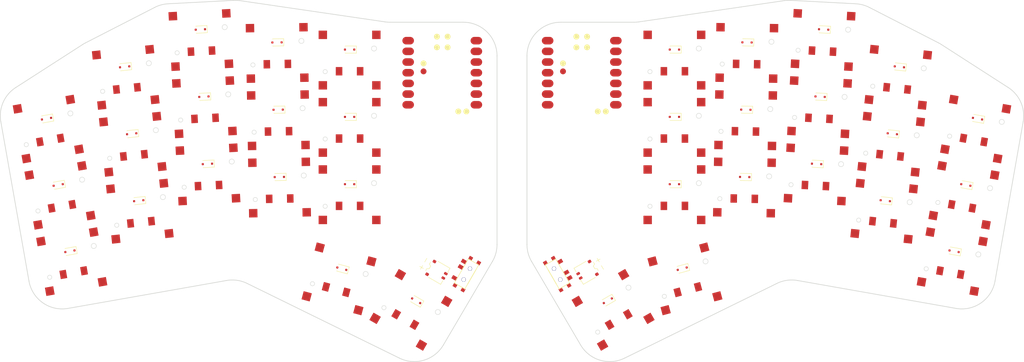
<source format=kicad_pcb>
(kicad_pcb (version 20171130) (host pcbnew 5.1.6)
  (title_block (title "splave-ferris_pg1316s_unrouted") (rev "v1.0.0") (company "Unknown"))
  (layers (0 F.Cu signal) (31 B.Cu signal) (34 B.Paste user) (35 F.Paste user) (36 B.SilkS user) (37 F.SilkS user) (38 B.Mask user) (39 F.Mask user) (44 Edge.Cuts user))
  (net 0 "")
  (net 1 "D5")
  (net 2 "pinky_bottom")
  (net 3 "pinky_home")
  (net 4 "pinky_top")
  (net 5 "D3")
  (net 6 "ring_bottom")
  (net 7 "ring_home")
  (net 8 "ring_top")
  (net 9 "D1")
  (net 10 "middle_bottom")
  (net 11 "middle_home")
  (net 12 "middle_top")
  (net 13 "D8")
  (net 14 "index_bottom")
  (net 15 "index_home")
  (net 16 "index_top")
  (net 17 "D10")
  (net 18 "inner_bottom")
  (net 19 "inner_home")
  (net 20 "inner_top")
  (net 21 "near_fan")
  (net 22 "far_fan")
  (net 23 "mirror_pinky_bottom")
  (net 24 "mirror_pinky_home")
  (net 25 "mirror_pinky_top")
  (net 26 "mirror_ring_bottom")
  (net 27 "mirror_ring_home")
  (net 28 "mirror_ring_top")
  (net 29 "D9")
  (net 30 "mirror_middle_bottom")
  (net 31 "mirror_middle_home")
  (net 32 "mirror_middle_top")
  (net 33 "D2")
  (net 34 "mirror_index_bottom")
  (net 35 "mirror_index_home")
  (net 36 "mirror_index_top")
  (net 37 "mirror_inner_bottom")
  (net 38 "mirror_inner_home")
  (net 39 "mirror_inner_top")
  (net 40 "mirror_near_fan")
  (net 41 "mirror_far_fan")
  (net 42 "D4")
  (net 43 "D0")
  (net 44 "D6")
  (net 45 "D7")
  (net 46 "RAW3V3")
  (net 47 "RAW5V")
  (net 48 "CLK")
  (net 49 "DIO")
  (net 50 "GND")
  (net 51 "RST")
  (net 52 "BAT")
  (net 53 "NFC1")
  (net 54 "NFC2")
  (net 55 "BAT_P")
  (footprint "CPG1316S01D02_mikeholscher" (at 106.5683287 143.6773863 10) (layer "F.Cu")
    (property "Reference" "S1" hide)
    (pad "1" smd rect (at -2.5 2.65 10) (size 1.55 2) (layers "F.Cu" "F.Paste" "F.Mask") (net 2 "pinky_bottom"))
    (pad "2" smd rect (at 2.5 2.65 10) (size 1.55 2) (layers "F.Cu" "F.Paste" "F.Mask") (net 1 "D5"))
    (pad "3" smd rect (at -6.35 -6 10) (size 2 2) (layers "F.Cu" "F.Paste" "F.Mask"))
    (pad "3" smd rect (at -6.35 6 10) (size 2 2) (layers "F.Cu" "F.Paste" "F.Mask"))
    (pad "3" smd rect (at 6.35 -6 10) (size 2 2) (layers "F.Cu" "F.Paste" "F.Mask"))
    (pad "3" smd rect (at 6.35 6 10) (size 2 2) (layers "F.Cu" "F.Paste" "F.Mask"))
    (fp_circle (center -5.8 2.75) (end -5.3 2.75) (stroke (width 0.1)) (fill none) (layer "Edge.Cuts"))
    (fp_circle (center 5.8 -2.75) (end 6.4 -2.75) (stroke (width 0.1)) (fill none) (layer "Edge.Cuts"))
  )
  (footprint "CPG1316S01D02_mikeholscher" (at 103.7899578 127.9204622 10) (layer "F.Cu")
    (property "Reference" "S2" hide)
    (pad "1" smd rect (at -2.5 2.65 10) (size 1.55 2) (layers "F.Cu" "F.Paste" "F.Mask") (net 3 "pinky_home"))
    (pad "2" smd rect (at 2.5 2.65 10) (size 1.55 2) (layers "F.Cu" "F.Paste" "F.Mask") (net 1 "D5"))
    (pad "3" smd rect (at -6.35 -6 10) (size 2 2) (layers "F.Cu" "F.Paste" "F.Mask"))
    (pad "3" smd rect (at -6.35 6 10) (size 2 2) (layers "F.Cu" "F.Paste" "F.Mask"))
    (pad "3" smd rect (at 6.35 -6 10) (size 2 2) (layers "F.Cu" "F.Paste" "F.Mask"))
    (pad "3" smd rect (at 6.35 6 10) (size 2 2) (layers "F.Cu" "F.Paste" "F.Mask"))
    (fp_circle (center -5.8 2.75) (end -5.3 2.75) (stroke (width 0.1)) (fill none) (layer "Edge.Cuts"))
    (fp_circle (center 5.8 -2.75) (end 6.4 -2.75) (stroke (width 0.1)) (fill none) (layer "Edge.Cuts"))
  )
  (footprint "CPG1316S01D02_mikeholscher" (at 101.011587 112.1635382 10) (layer "F.Cu")
    (property "Reference" "S3" hide)
    (pad "1" smd rect (at -2.5 2.65 10) (size 1.55 2) (layers "F.Cu" "F.Paste" "F.Mask") (net 4 "pinky_top"))
    (pad "2" smd rect (at 2.5 2.65 10) (size 1.55 2) (layers "F.Cu" "F.Paste" "F.Mask") (net 1 "D5"))
    (pad "3" smd rect (at -6.35 -6 10) (size 2 2) (layers "F.Cu" "F.Paste" "F.Mask"))
    (pad "3" smd rect (at -6.35 6 10) (size 2 2) (layers "F.Cu" "F.Paste" "F.Mask"))
    (pad "3" smd rect (at 6.35 -6 10) (size 2 2) (layers "F.Cu" "F.Paste" "F.Mask"))
    (pad "3" smd rect (at 6.35 6 10) (size 2 2) (layers "F.Cu" "F.Paste" "F.Mask"))
    (fp_circle (center -5.8 2.75) (end -5.3 2.75) (stroke (width 0.1)) (fill none) (layer "Edge.Cuts"))
    (fp_circle (center 5.8 -2.75) (end 6.4 -2.75) (stroke (width 0.1)) (fill none) (layer "Edge.Cuts"))
  )
  (footprint "CPG1316S01D02_mikeholscher" (at 122.7320346 131.6884493 6) (layer "F.Cu")
    (property "Reference" "S4" hide)
    (pad "1" smd rect (at -2.5 2.65 6) (size 1.55 2) (layers "F.Cu" "F.Paste" "F.Mask") (net 6 "ring_bottom"))
    (pad "2" smd rect (at 2.5 2.65 6) (size 1.55 2) (layers "F.Cu" "F.Paste" "F.Mask") (net 5 "D3"))
    (pad "3" smd rect (at -6.35 -6 6) (size 2 2) (layers "F.Cu" "F.Paste" "F.Mask"))
    (pad "3" smd rect (at -6.35 6 6) (size 2 2) (layers "F.Cu" "F.Paste" "F.Mask"))
    (pad "3" smd rect (at 6.35 -6 6) (size 2 2) (layers "F.Cu" "F.Paste" "F.Mask"))
    (pad "3" smd rect (at 6.35 6 6) (size 2 2) (layers "F.Cu" "F.Paste" "F.Mask"))
    (fp_circle (center -5.8 2.75) (end -5.3 2.75) (stroke (width 0.1)) (fill none) (layer "Edge.Cuts"))
    (fp_circle (center 5.8 -2.75) (end 6.4 -2.75) (stroke (width 0.1)) (fill none) (layer "Edge.Cuts"))
  )
  (footprint "CPG1316S01D02_mikeholscher" (at 121.0595792 115.776099 6) (layer "F.Cu")
    (property "Reference" "S5" hide)
    (pad "1" smd rect (at -2.5 2.65 6) (size 1.55 2) (layers "F.Cu" "F.Paste" "F.Mask") (net 7 "ring_home"))
    (pad "2" smd rect (at 2.5 2.65 6) (size 1.55 2) (layers "F.Cu" "F.Paste" "F.Mask") (net 5 "D3"))
    (pad "3" smd rect (at -6.35 -6 6) (size 2 2) (layers "F.Cu" "F.Paste" "F.Mask"))
    (pad "3" smd rect (at -6.35 6 6) (size 2 2) (layers "F.Cu" "F.Paste" "F.Mask"))
    (pad "3" smd rect (at 6.35 -6 6) (size 2 2) (layers "F.Cu" "F.Paste" "F.Mask"))
    (pad "3" smd rect (at 6.35 6 6) (size 2 2) (layers "F.Cu" "F.Paste" "F.Mask"))
    (fp_circle (center -5.8 2.75) (end -5.3 2.75) (stroke (width 0.1)) (fill none) (layer "Edge.Cuts"))
    (fp_circle (center 5.8 -2.75) (end 6.4 -2.75) (stroke (width 0.1)) (fill none) (layer "Edge.Cuts"))
  )
  (footprint "CPG1316S01D02_mikeholscher" (at 119.3871238 99.8637486 6) (layer "F.Cu")
    (property "Reference" "S6" hide)
    (pad "1" smd rect (at -2.5 2.65 6) (size 1.55 2) (layers "F.Cu" "F.Paste" "F.Mask") (net 8 "ring_top"))
    (pad "2" smd rect (at 2.5 2.65 6) (size 1.55 2) (layers "F.Cu" "F.Paste" "F.Mask") (net 5 "D3"))
    (pad "3" smd rect (at -6.35 -6 6) (size 2 2) (layers "F.Cu" "F.Paste" "F.Mask"))
    (pad "3" smd rect (at -6.35 6 6) (size 2 2) (layers "F.Cu" "F.Paste" "F.Mask"))
    (pad "3" smd rect (at 6.35 -6 6) (size 2 2) (layers "F.Cu" "F.Paste" "F.Mask"))
    (pad "3" smd rect (at 6.35 6 6) (size 2 2) (layers "F.Cu" "F.Paste" "F.Mask"))
    (fp_circle (center -5.8 2.75) (end -5.3 2.75) (stroke (width 0.1)) (fill none) (layer "Edge.Cuts"))
    (fp_circle (center 5.8 -2.75) (end 6.4 -2.75) (stroke (width 0.1)) (fill none) (layer "Edge.Cuts"))
  )
  (footprint "CPG1316S01D02_mikeholscher" (at 138.9072076 122.9498121 3) (layer "F.Cu")
    (property "Reference" "S7" hide)
    (pad "1" smd rect (at -2.5 2.65 3) (size 1.55 2) (layers "F.Cu" "F.Paste" "F.Mask") (net 10 "middle_bottom"))
    (pad "2" smd rect (at 2.5 2.65 3) (size 1.55 2) (layers "F.Cu" "F.Paste" "F.Mask") (net 9 "D1"))
    (pad "3" smd rect (at -6.35 -6 3) (size 2 2) (layers "F.Cu" "F.Paste" "F.Mask"))
    (pad "3" smd rect (at -6.35 6 3) (size 2 2) (layers "F.Cu" "F.Paste" "F.Mask"))
    (pad "3" smd rect (at 6.35 -6 3) (size 2 2) (layers "F.Cu" "F.Paste" "F.Mask"))
    (pad "3" smd rect (at 6.35 6 3) (size 2 2) (layers "F.Cu" "F.Paste" "F.Mask"))
    (fp_circle (center -5.8 2.75) (end -5.3 2.75) (stroke (width 0.1)) (fill none) (layer "Edge.Cuts"))
    (fp_circle (center 5.8 -2.75) (end 6.4 -2.75) (stroke (width 0.1)) (fill none) (layer "Edge.Cuts"))
  )
  (footprint "CPG1316S01D02_mikeholscher" (at 138.0698323 106.9717396 3) (layer "F.Cu")
    (property "Reference" "S8" hide)
    (pad "1" smd rect (at -2.5 2.65 3) (size 1.55 2) (layers "F.Cu" "F.Paste" "F.Mask") (net 11 "middle_home"))
    (pad "2" smd rect (at 2.5 2.65 3) (size 1.55 2) (layers "F.Cu" "F.Paste" "F.Mask") (net 9 "D1"))
    (pad "3" smd rect (at -6.35 -6 3) (size 2 2) (layers "F.Cu" "F.Paste" "F.Mask"))
    (pad "3" smd rect (at -6.35 6 3) (size 2 2) (layers "F.Cu" "F.Paste" "F.Mask"))
    (pad "3" smd rect (at 6.35 -6 3) (size 2 2) (layers "F.Cu" "F.Paste" "F.Mask"))
    (pad "3" smd rect (at 6.35 6 3) (size 2 2) (layers "F.Cu" "F.Paste" "F.Mask"))
    (fp_circle (center -5.8 2.75) (end -5.3 2.75) (stroke (width 0.1)) (fill none) (layer "Edge.Cuts"))
    (fp_circle (center 5.8 -2.75) (end 6.4 -2.75) (stroke (width 0.1)) (fill none) (layer "Edge.Cuts"))
  )
  (footprint "CPG1316S01D02_mikeholscher" (at 137.2324571 90.9936671 3) (layer "F.Cu")
    (property "Reference" "S9" hide)
    (pad "1" smd rect (at -2.5 2.65 3) (size 1.55 2) (layers "F.Cu" "F.Paste" "F.Mask") (net 12 "middle_top"))
    (pad "2" smd rect (at 2.5 2.65 3) (size 1.55 2) (layers "F.Cu" "F.Paste" "F.Mask") (net 9 "D1"))
    (pad "3" smd rect (at -6.35 -6 3) (size 2 2) (layers "F.Cu" "F.Paste" "F.Mask"))
    (pad "3" smd rect (at -6.35 6 3) (size 2 2) (layers "F.Cu" "F.Paste" "F.Mask"))
    (pad "3" smd rect (at 6.35 -6 3) (size 2 2) (layers "F.Cu" "F.Paste" "F.Mask"))
    (pad "3" smd rect (at 6.35 6 3) (size 2 2) (layers "F.Cu" "F.Paste" "F.Mask"))
    (fp_circle (center -5.8 2.75) (end -5.3 2.75) (stroke (width 0.1)) (fill none) (layer "Edge.Cuts"))
    (fp_circle (center 5.8 -2.75) (end 6.4 -2.75) (stroke (width 0.1)) (fill none) (layer "Edge.Cuts"))
  )
  (footprint "CPG1316S01D02_mikeholscher" (at 155.8935276 126.0650863 1) (layer "F.Cu")
    (property "Reference" "S10" hide)
    (pad "1" smd rect (at -2.5 2.65 1) (size 1.55 2) (layers "F.Cu" "F.Paste" "F.Mask") (net 14 "index_bottom"))
    (pad "2" smd rect (at 2.5 2.65 1) (size 1.55 2) (layers "F.Cu" "F.Paste" "F.Mask") (net 13 "D8"))
    (pad "3" smd rect (at -6.35 -6 1) (size 2 2) (layers "F.Cu" "F.Paste" "F.Mask"))
    (pad "3" smd rect (at -6.35 6 1) (size 2 2) (layers "F.Cu" "F.Paste" "F.Mask"))
    (pad "3" smd rect (at 6.35 -6 1) (size 2 2) (layers "F.Cu" "F.Paste" "F.Mask"))
    (pad "3" smd rect (at 6.35 6 1) (size 2 2) (layers "F.Cu" "F.Paste" "F.Mask"))
    (fp_circle (center -5.8 2.75) (end -5.3 2.75) (stroke (width 0.1)) (fill none) (layer "Edge.Cuts"))
    (fp_circle (center 5.8 -2.75) (end 6.4 -2.75) (stroke (width 0.1)) (fill none) (layer "Edge.Cuts"))
  )
  (footprint "CPG1316S01D02_mikeholscher" (at 155.614289 110.0675232 1) (layer "F.Cu")
    (property "Reference" "S11" hide)
    (pad "1" smd rect (at -2.5 2.65 1) (size 1.55 2) (layers "F.Cu" "F.Paste" "F.Mask") (net 15 "index_home"))
    (pad "2" smd rect (at 2.5 2.65 1) (size 1.55 2) (layers "F.Cu" "F.Paste" "F.Mask") (net 13 "D8"))
    (pad "3" smd rect (at -6.35 -6 1) (size 2 2) (layers "F.Cu" "F.Paste" "F.Mask"))
    (pad "3" smd rect (at -6.35 6 1) (size 2 2) (layers "F.Cu" "F.Paste" "F.Mask"))
    (pad "3" smd rect (at 6.35 -6 1) (size 2 2) (layers "F.Cu" "F.Paste" "F.Mask"))
    (pad "3" smd rect (at 6.35 6 1) (size 2 2) (layers "F.Cu" "F.Paste" "F.Mask"))
    (fp_circle (center -5.8 2.75) (end -5.3 2.75) (stroke (width 0.1)) (fill none) (layer "Edge.Cuts"))
    (fp_circle (center 5.8 -2.75) (end 6.4 -2.75) (stroke (width 0.1)) (fill none) (layer "Edge.Cuts"))
  )
  (footprint "CPG1316S01D02_mikeholscher" (at 155.3350505 94.0699601 1) (layer "F.Cu")
    (property "Reference" "S12" hide)
    (pad "1" smd rect (at -2.5 2.65 1) (size 1.55 2) (layers "F.Cu" "F.Paste" "F.Mask") (net 16 "index_top"))
    (pad "2" smd rect (at 2.5 2.65 1) (size 1.55 2) (layers "F.Cu" "F.Paste" "F.Mask") (net 13 "D8"))
    (pad "3" smd rect (at -6.35 -6 1) (size 2 2) (layers "F.Cu" "F.Paste" "F.Mask"))
    (pad "3" smd rect (at -6.35 6 1) (size 2 2) (layers "F.Cu" "F.Paste" "F.Mask"))
    (pad "3" smd rect (at 6.35 -6 1) (size 2 2) (layers "F.Cu" "F.Paste" "F.Mask"))
    (pad "3" smd rect (at 6.35 6 1) (size 2 2) (layers "F.Cu" "F.Paste" "F.Mask"))
    (fp_circle (center -5.8 2.75) (end -5.3 2.75) (stroke (width 0.1)) (fill none) (layer "Edge.Cuts"))
    (fp_circle (center 5.8 -2.75) (end 6.4 -2.75) (stroke (width 0.1)) (fill none) (layer "Edge.Cuts"))
  )
  (footprint "CPG1316S01D02_mikeholscher" (at 172.5259042 127.7750717 0) (layer "F.Cu")
    (property "Reference" "S13" hide)
    (pad "1" smd rect (at -2.5 2.65 0) (size 1.55 2) (layers "F.Cu" "F.Paste" "F.Mask") (net 18 "inner_bottom"))
    (pad "2" smd rect (at 2.5 2.65 0) (size 1.55 2) (layers "F.Cu" "F.Paste" "F.Mask") (net 17 "D10"))
    (pad "3" smd rect (at -6.35 -6 0) (size 2 2) (layers "F.Cu" "F.Paste" "F.Mask"))
    (pad "3" smd rect (at -6.35 6 0) (size 2 2) (layers "F.Cu" "F.Paste" "F.Mask"))
    (pad "3" smd rect (at 6.35 -6 0) (size 2 2) (layers "F.Cu" "F.Paste" "F.Mask"))
    (pad "3" smd rect (at 6.35 6 0) (size 2 2) (layers "F.Cu" "F.Paste" "F.Mask"))
    (fp_circle (center -5.8 2.75) (end -5.3 2.75) (stroke (width 0.1)) (fill none) (layer "Edge.Cuts"))
    (fp_circle (center 5.8 -2.75) (end 6.4 -2.75) (stroke (width 0.1)) (fill none) (layer "Edge.Cuts"))
  )
  (footprint "CPG1316S01D02_mikeholscher" (at 172.5259042 111.7750717 0) (layer "F.Cu")
    (property "Reference" "S14" hide)
    (pad "1" smd rect (at -2.5 2.65 0) (size 1.55 2) (layers "F.Cu" "F.Paste" "F.Mask") (net 19 "inner_home"))
    (pad "2" smd rect (at 2.5 2.65 0) (size 1.55 2) (layers "F.Cu" "F.Paste" "F.Mask") (net 17 "D10"))
    (pad "3" smd rect (at -6.35 -6 0) (size 2 2) (layers "F.Cu" "F.Paste" "F.Mask"))
    (pad "3" smd rect (at -6.35 6 0) (size 2 2) (layers "F.Cu" "F.Paste" "F.Mask"))
    (pad "3" smd rect (at 6.35 -6 0) (size 2 2) (layers "F.Cu" "F.Paste" "F.Mask"))
    (pad "3" smd rect (at 6.35 6 0) (size 2 2) (layers "F.Cu" "F.Paste" "F.Mask"))
    (fp_circle (center -5.8 2.75) (end -5.3 2.75) (stroke (width 0.1)) (fill none) (layer "Edge.Cuts"))
    (fp_circle (center 5.8 -2.75) (end 6.4 -2.75) (stroke (width 0.1)) (fill none) (layer "Edge.Cuts"))
  )
  (footprint "CPG1316S01D02_mikeholscher" (at 172.5259041 95.7750718 0) (layer "F.Cu")
    (property "Reference" "S15" hide)
    (pad "1" smd rect (at -2.5 2.65 0) (size 1.55 2) (layers "F.Cu" "F.Paste" "F.Mask") (net 20 "inner_top"))
    (pad "2" smd rect (at 2.5 2.65 0) (size 1.55 2) (layers "F.Cu" "F.Paste" "F.Mask") (net 17 "D10"))
    (pad "3" smd rect (at -6.35 -6 0) (size 2 2) (layers "F.Cu" "F.Paste" "F.Mask"))
    (pad "3" smd rect (at -6.35 6 0) (size 2 2) (layers "F.Cu" "F.Paste" "F.Mask"))
    (pad "3" smd rect (at 6.35 -6 0) (size 2 2) (layers "F.Cu" "F.Paste" "F.Mask"))
    (pad "3" smd rect (at 6.35 6 0) (size 2 2) (layers "F.Cu" "F.Paste" "F.Mask"))
    (fp_circle (center -5.8 2.75) (end -5.3 2.75) (stroke (width 0.1)) (fill none) (layer "Edge.Cuts"))
    (fp_circle (center 5.8 -2.75) (end 6.4 -2.75) (stroke (width 0.1)) (fill none) (layer "Edge.Cuts"))
  )
  (footprint "CPG1316S01D02_mikeholscher" (at 170.0259042 147.7750717 -15) (layer "F.Cu")
    (property "Reference" "S16" hide)
    (pad "1" smd rect (at -2.5 2.65 -15) (size 1.55 2) (layers "F.Cu" "F.Paste" "F.Mask") (net 21 "near_fan"))
    (pad "2" smd rect (at 2.5 2.65 -15) (size 1.55 2) (layers "F.Cu" "F.Paste" "F.Mask") (net 13 "D8"))
    (pad "3" smd rect (at -6.35 -6 -15) (size 2 2) (layers "F.Cu" "F.Paste" "F.Mask"))
    (pad "3" smd rect (at -6.35 6 -15) (size 2 2) (layers "F.Cu" "F.Paste" "F.Mask"))
    (pad "3" smd rect (at 6.35 -6 -15) (size 2 2) (layers "F.Cu" "F.Paste" "F.Mask"))
    (pad "3" smd rect (at 6.35 6 -15) (size 2 2) (layers "F.Cu" "F.Paste" "F.Mask"))
    (fp_circle (center -5.8 2.75) (end -5.3 2.75) (stroke (width 0.1)) (fill none) (layer "Edge.Cuts"))
    (fp_circle (center 5.8 -2.75) (end 6.4 -2.75) (stroke (width 0.1)) (fill none) (layer "Edge.Cuts"))
  )
  (footprint "CPG1316S01D02_mikeholscher" (at 187.0787936 155.1482271 -30) (layer "F.Cu")
    (property "Reference" "S17" hide)
    (pad "1" smd rect (at -2.5 2.65 -30) (size 1.55 2) (layers "F.Cu" "F.Paste" "F.Mask") (net 22 "far_fan"))
    (pad "2" smd rect (at 2.5 2.65 -30) (size 1.55 2) (layers "F.Cu" "F.Paste" "F.Mask") (net 17 "D10"))
    (pad "3" smd rect (at -6.35 -6 -30) (size 2 2) (layers "F.Cu" "F.Paste" "F.Mask"))
    (pad "3" smd rect (at -6.35 6 -30) (size 2 2) (layers "F.Cu" "F.Paste" "F.Mask"))
    (pad "3" smd rect (at 6.35 -6 -30) (size 2 2) (layers "F.Cu" "F.Paste" "F.Mask"))
    (pad "3" smd rect (at 6.35 6 -30) (size 2 2) (layers "F.Cu" "F.Paste" "F.Mask"))
    (fp_circle (center -5.8 2.75) (end -5.3 2.75) (stroke (width 0.1)) (fill none) (layer "Edge.Cuts"))
    (fp_circle (center 5.8 -2.75) (end 6.4 -2.75) (stroke (width 0.1)) (fill none) (layer "Edge.Cuts"))
  )
  (footprint "CPG1316S01D02_mikeholscher" (at 315.5892585 143.6773863 -10) (layer "F.Cu")
    (property "Reference" "S18" hide)
    (pad "1" smd rect (at -2.5 2.65 -10) (size 1.55 2) (layers "F.Cu" "F.Paste" "F.Mask") (net 23 "mirror_pinky_bottom"))
    (pad "2" smd rect (at 2.5 2.65 -10) (size 1.55 2) (layers "F.Cu" "F.Paste" "F.Mask") (net 5 "D3"))
    (pad "3" smd rect (at -6.35 -6 -10) (size 2 2) (layers "F.Cu" "F.Paste" "F.Mask"))
    (pad "3" smd rect (at -6.35 6 -10) (size 2 2) (layers "F.Cu" "F.Paste" "F.Mask"))
    (pad "3" smd rect (at 6.35 -6 -10) (size 2 2) (layers "F.Cu" "F.Paste" "F.Mask"))
    (pad "3" smd rect (at 6.35 6 -10) (size 2 2) (layers "F.Cu" "F.Paste" "F.Mask"))
    (fp_circle (center -5.8 2.75) (end -5.3 2.75) (stroke (width 0.1)) (fill none) (layer "Edge.Cuts"))
    (fp_circle (center 5.8 -2.75) (end 6.4 -2.75) (stroke (width 0.1)) (fill none) (layer "Edge.Cuts"))
  )
  (footprint "CPG1316S01D02_mikeholscher" (at 318.36762940000006 127.9204622 -10) (layer "F.Cu")
    (property "Reference" "S19" hide)
    (pad "1" smd rect (at -2.5 2.65 -10) (size 1.55 2) (layers "F.Cu" "F.Paste" "F.Mask") (net 24 "mirror_pinky_home"))
    (pad "2" smd rect (at 2.5 2.65 -10) (size 1.55 2) (layers "F.Cu" "F.Paste" "F.Mask") (net 5 "D3"))
    (pad "3" smd rect (at -6.35 -6 -10) (size 2 2) (layers "F.Cu" "F.Paste" "F.Mask"))
    (pad "3" smd rect (at -6.35 6 -10) (size 2 2) (layers "F.Cu" "F.Paste" "F.Mask"))
    (pad "3" smd rect (at 6.35 -6 -10) (size 2 2) (layers "F.Cu" "F.Paste" "F.Mask"))
    (pad "3" smd rect (at 6.35 6 -10) (size 2 2) (layers "F.Cu" "F.Paste" "F.Mask"))
    (fp_circle (center -5.8 2.75) (end -5.3 2.75) (stroke (width 0.1)) (fill none) (layer "Edge.Cuts"))
    (fp_circle (center 5.8 -2.75) (end 6.4 -2.75) (stroke (width 0.1)) (fill none) (layer "Edge.Cuts"))
  )
  (footprint "CPG1316S01D02_mikeholscher" (at 321.1460002 112.1635382 -10) (layer "F.Cu")
    (property "Reference" "S20" hide)
    (pad "1" smd rect (at -2.5 2.65 -10) (size 1.55 2) (layers "F.Cu" "F.Paste" "F.Mask") (net 25 "mirror_pinky_top"))
    (pad "2" smd rect (at 2.5 2.65 -10) (size 1.55 2) (layers "F.Cu" "F.Paste" "F.Mask") (net 5 "D3"))
    (pad "3" smd rect (at -6.35 -6 -10) (size 2 2) (layers "F.Cu" "F.Paste" "F.Mask"))
    (pad "3" smd rect (at -6.35 6 -10) (size 2 2) (layers "F.Cu" "F.Paste" "F.Mask"))
    (pad "3" smd rect (at 6.35 -6 -10) (size 2 2) (layers "F.Cu" "F.Paste" "F.Mask"))
    (pad "3" smd rect (at 6.35 6 -10) (size 2 2) (layers "F.Cu" "F.Paste" "F.Mask"))
    (fp_circle (center -5.8 2.75) (end -5.3 2.75) (stroke (width 0.1)) (fill none) (layer "Edge.Cuts"))
    (fp_circle (center 5.8 -2.75) (end 6.4 -2.75) (stroke (width 0.1)) (fill none) (layer "Edge.Cuts"))
  )
  (footprint "CPG1316S01D02_mikeholscher" (at 299.4255526 131.6884493 -6) (layer "F.Cu")
    (property "Reference" "S21" hide)
    (pad "1" smd rect (at -2.5 2.65 -6) (size 1.55 2) (layers "F.Cu" "F.Paste" "F.Mask") (net 26 "mirror_ring_bottom"))
    (pad "2" smd rect (at 2.5 2.65 -6) (size 1.55 2) (layers "F.Cu" "F.Paste" "F.Mask") (net 1 "D5"))
    (pad "3" smd rect (at -6.35 -6 -6) (size 2 2) (layers "F.Cu" "F.Paste" "F.Mask"))
    (pad "3" smd rect (at -6.35 6 -6) (size 2 2) (layers "F.Cu" "F.Paste" "F.Mask"))
    (pad "3" smd rect (at 6.35 -6 -6) (size 2 2) (layers "F.Cu" "F.Paste" "F.Mask"))
    (pad "3" smd rect (at 6.35 6 -6) (size 2 2) (layers "F.Cu" "F.Paste" "F.Mask"))
    (fp_circle (center -5.8 2.75) (end -5.3 2.75) (stroke (width 0.1)) (fill none) (layer "Edge.Cuts"))
    (fp_circle (center 5.8 -2.75) (end 6.4 -2.75) (stroke (width 0.1)) (fill none) (layer "Edge.Cuts"))
  )
  (footprint "CPG1316S01D02_mikeholscher" (at 301.09800800000005 115.776099 -6) (layer "F.Cu")
    (property "Reference" "S22" hide)
    (pad "1" smd rect (at -2.5 2.65 -6) (size 1.55 2) (layers "F.Cu" "F.Paste" "F.Mask") (net 27 "mirror_ring_home"))
    (pad "2" smd rect (at 2.5 2.65 -6) (size 1.55 2) (layers "F.Cu" "F.Paste" "F.Mask") (net 1 "D5"))
    (pad "3" smd rect (at -6.35 -6 -6) (size 2 2) (layers "F.Cu" "F.Paste" "F.Mask"))
    (pad "3" smd rect (at -6.35 6 -6) (size 2 2) (layers "F.Cu" "F.Paste" "F.Mask"))
    (pad "3" smd rect (at 6.35 -6 -6) (size 2 2) (layers "F.Cu" "F.Paste" "F.Mask"))
    (pad "3" smd rect (at 6.35 6 -6) (size 2 2) (layers "F.Cu" "F.Paste" "F.Mask"))
    (fp_circle (center -5.8 2.75) (end -5.3 2.75) (stroke (width 0.1)) (fill none) (layer "Edge.Cuts"))
    (fp_circle (center 5.8 -2.75) (end 6.4 -2.75) (stroke (width 0.1)) (fill none) (layer "Edge.Cuts"))
  )
  (footprint "CPG1316S01D02_mikeholscher" (at 302.77046340000004 99.8637486 -6) (layer "F.Cu")
    (property "Reference" "S23" hide)
    (pad "1" smd rect (at -2.5 2.65 -6) (size 1.55 2) (layers "F.Cu" "F.Paste" "F.Mask") (net 28 "mirror_ring_top"))
    (pad "2" smd rect (at 2.5 2.65 -6) (size 1.55 2) (layers "F.Cu" "F.Paste" "F.Mask") (net 1 "D5"))
    (pad "3" smd rect (at -6.35 -6 -6) (size 2 2) (layers "F.Cu" "F.Paste" "F.Mask"))
    (pad "3" smd rect (at -6.35 6 -6) (size 2 2) (layers "F.Cu" "F.Paste" "F.Mask"))
    (pad "3" smd rect (at 6.35 -6 -6) (size 2 2) (layers "F.Cu" "F.Paste" "F.Mask"))
    (pad "3" smd rect (at 6.35 6 -6) (size 2 2) (layers "F.Cu" "F.Paste" "F.Mask"))
    (fp_circle (center -5.8 2.75) (end -5.3 2.75) (stroke (width 0.1)) (fill none) (layer "Edge.Cuts"))
    (fp_circle (center 5.8 -2.75) (end 6.4 -2.75) (stroke (width 0.1)) (fill none) (layer "Edge.Cuts"))
  )
  (footprint "CPG1316S01D02_mikeholscher" (at 283.25037960000003 122.9498121 -3) (layer "F.Cu")
    (property "Reference" "S24" hide)
    (pad "1" smd rect (at -2.5 2.65 -3) (size 1.55 2) (layers "F.Cu" "F.Paste" "F.Mask") (net 30 "mirror_middle_bottom"))
    (pad "2" smd rect (at 2.5 2.65 -3) (size 1.55 2) (layers "F.Cu" "F.Paste" "F.Mask") (net 29 "D9"))
    (pad "3" smd rect (at -6.35 -6 -3) (size 2 2) (layers "F.Cu" "F.Paste" "F.Mask"))
    (pad "3" smd rect (at -6.35 6 -3) (size 2 2) (layers "F.Cu" "F.Paste" "F.Mask"))
    (pad "3" smd rect (at 6.35 -6 -3) (size 2 2) (layers "F.Cu" "F.Paste" "F.Mask"))
    (pad "3" smd rect (at 6.35 6 -3) (size 2 2) (layers "F.Cu" "F.Paste" "F.Mask"))
    (fp_circle (center -5.8 2.75) (end -5.3 2.75) (stroke (width 0.1)) (fill none) (layer "Edge.Cuts"))
    (fp_circle (center 5.8 -2.75) (end 6.4 -2.75) (stroke (width 0.1)) (fill none) (layer "Edge.Cuts"))
  )
  (footprint "CPG1316S01D02_mikeholscher" (at 284.08775490000005 106.9717396 -3) (layer "F.Cu")
    (property "Reference" "S25" hide)
    (pad "1" smd rect (at -2.5 2.65 -3) (size 1.55 2) (layers "F.Cu" "F.Paste" "F.Mask") (net 31 "mirror_middle_home"))
    (pad "2" smd rect (at 2.5 2.65 -3) (size 1.55 2) (layers "F.Cu" "F.Paste" "F.Mask") (net 29 "D9"))
    (pad "3" smd rect (at -6.35 -6 -3) (size 2 2) (layers "F.Cu" "F.Paste" "F.Mask"))
    (pad "3" smd rect (at -6.35 6 -3) (size 2 2) (layers "F.Cu" "F.Paste" "F.Mask"))
    (pad "3" smd rect (at 6.35 -6 -3) (size 2 2) (layers "F.Cu" "F.Paste" "F.Mask"))
    (pad "3" smd rect (at 6.35 6 -3) (size 2 2) (layers "F.Cu" "F.Paste" "F.Mask"))
    (fp_circle (center -5.8 2.75) (end -5.3 2.75) (stroke (width 0.1)) (fill none) (layer "Edge.Cuts"))
    (fp_circle (center 5.8 -2.75) (end 6.4 -2.75) (stroke (width 0.1)) (fill none) (layer "Edge.Cuts"))
  )
  (footprint "CPG1316S01D02_mikeholscher" (at 284.92513010000005 90.9936671 -3) (layer "F.Cu")
    (property "Reference" "S26" hide)
    (pad "1" smd rect (at -2.5 2.65 -3) (size 1.55 2) (layers "F.Cu" "F.Paste" "F.Mask") (net 32 "mirror_middle_top"))
    (pad "2" smd rect (at 2.5 2.65 -3) (size 1.55 2) (layers "F.Cu" "F.Paste" "F.Mask") (net 29 "D9"))
    (pad "3" smd rect (at -6.35 -6 -3) (size 2 2) (layers "F.Cu" "F.Paste" "F.Mask"))
    (pad "3" smd rect (at -6.35 6 -3) (size 2 2) (layers "F.Cu" "F.Paste" "F.Mask"))
    (pad "3" smd rect (at 6.35 -6 -3) (size 2 2) (layers "F.Cu" "F.Paste" "F.Mask"))
    (pad "3" smd rect (at 6.35 6 -3) (size 2 2) (layers "F.Cu" "F.Paste" "F.Mask"))
    (fp_circle (center -5.8 2.75) (end -5.3 2.75) (stroke (width 0.1)) (fill none) (layer "Edge.Cuts"))
    (fp_circle (center 5.8 -2.75) (end 6.4 -2.75) (stroke (width 0.1)) (fill none) (layer "Edge.Cuts"))
  )
  (footprint "CPG1316S01D02_mikeholscher" (at 266.2640596 126.0650863 -1) (layer "F.Cu")
    (property "Reference" "S27" hide)
    (pad "1" smd rect (at -2.5 2.65 -1) (size 1.55 2) (layers "F.Cu" "F.Paste" "F.Mask") (net 34 "mirror_index_bottom"))
    (pad "2" smd rect (at 2.5 2.65 -1) (size 1.55 2) (layers "F.Cu" "F.Paste" "F.Mask") (net 33 "D2"))
    (pad "3" smd rect (at -6.35 -6 -1) (size 2 2) (layers "F.Cu" "F.Paste" "F.Mask"))
    (pad "3" smd rect (at -6.35 6 -1) (size 2 2) (layers "F.Cu" "F.Paste" "F.Mask"))
    (pad "3" smd rect (at 6.35 -6 -1) (size 2 2) (layers "F.Cu" "F.Paste" "F.Mask"))
    (pad "3" smd rect (at 6.35 6 -1) (size 2 2) (layers "F.Cu" "F.Paste" "F.Mask"))
    (fp_circle (center -5.8 2.75) (end -5.3 2.75) (stroke (width 0.1)) (fill none) (layer "Edge.Cuts"))
    (fp_circle (center 5.8 -2.75) (end 6.4 -2.75) (stroke (width 0.1)) (fill none) (layer "Edge.Cuts"))
  )
  (footprint "CPG1316S01D02_mikeholscher" (at 266.5432982 110.0675232 -1) (layer "F.Cu")
    (property "Reference" "S28" hide)
    (pad "1" smd rect (at -2.5 2.65 -1) (size 1.55 2) (layers "F.Cu" "F.Paste" "F.Mask") (net 35 "mirror_index_home"))
    (pad "2" smd rect (at 2.5 2.65 -1) (size 1.55 2) (layers "F.Cu" "F.Paste" "F.Mask") (net 33 "D2"))
    (pad "3" smd rect (at -6.35 -6 -1) (size 2 2) (layers "F.Cu" "F.Paste" "F.Mask"))
    (pad "3" smd rect (at -6.35 6 -1) (size 2 2) (layers "F.Cu" "F.Paste" "F.Mask"))
    (pad "3" smd rect (at 6.35 -6 -1) (size 2 2) (layers "F.Cu" "F.Paste" "F.Mask"))
    (pad "3" smd rect (at 6.35 6 -1) (size 2 2) (layers "F.Cu" "F.Paste" "F.Mask"))
    (fp_circle (center -5.8 2.75) (end -5.3 2.75) (stroke (width 0.1)) (fill none) (layer "Edge.Cuts"))
    (fp_circle (center 5.8 -2.75) (end 6.4 -2.75) (stroke (width 0.1)) (fill none) (layer "Edge.Cuts"))
  )
  (footprint "CPG1316S01D02_mikeholscher" (at 266.8225367 94.0699601 -1) (layer "F.Cu")
    (property "Reference" "S29" hide)
    (pad "1" smd rect (at -2.5 2.65 -1) (size 1.55 2) (layers "F.Cu" "F.Paste" "F.Mask") (net 36 "mirror_index_top"))
    (pad "2" smd rect (at 2.5 2.65 -1) (size 1.55 2) (layers "F.Cu" "F.Paste" "F.Mask") (net 33 "D2"))
    (pad "3" smd rect (at -6.35 -6 -1) (size 2 2) (layers "F.Cu" "F.Paste" "F.Mask"))
    (pad "3" smd rect (at -6.35 6 -1) (size 2 2) (layers "F.Cu" "F.Paste" "F.Mask"))
    (pad "3" smd rect (at 6.35 -6 -1) (size 2 2) (layers "F.Cu" "F.Paste" "F.Mask"))
    (pad "3" smd rect (at 6.35 6 -1) (size 2 2) (layers "F.Cu" "F.Paste" "F.Mask"))
    (fp_circle (center -5.8 2.75) (end -5.3 2.75) (stroke (width 0.1)) (fill none) (layer "Edge.Cuts"))
    (fp_circle (center 5.8 -2.75) (end 6.4 -2.75) (stroke (width 0.1)) (fill none) (layer "Edge.Cuts"))
  )
  (footprint "CPG1316S01D02_mikeholscher" (at 249.631683 127.7750717 0) (layer "F.Cu")
    (property "Reference" "S30" hide)
    (pad "1" smd rect (at -2.5 2.65 0) (size 1.55 2) (layers "F.Cu" "F.Paste" "F.Mask") (net 37 "mirror_inner_bottom"))
    (pad "2" smd rect (at 2.5 2.65 0) (size 1.55 2) (layers "F.Cu" "F.Paste" "F.Mask") (net 9 "D1"))
    (pad "3" smd rect (at -6.35 -6 0) (size 2 2) (layers "F.Cu" "F.Paste" "F.Mask"))
    (pad "3" smd rect (at -6.35 6 0) (size 2 2) (layers "F.Cu" "F.Paste" "F.Mask"))
    (pad "3" smd rect (at 6.35 -6 0) (size 2 2) (layers "F.Cu" "F.Paste" "F.Mask"))
    (pad "3" smd rect (at 6.35 6 0) (size 2 2) (layers "F.Cu" "F.Paste" "F.Mask"))
    (fp_circle (center -5.8 2.75) (end -5.3 2.75) (stroke (width 0.1)) (fill none) (layer "Edge.Cuts"))
    (fp_circle (center 5.8 -2.75) (end 6.4 -2.75) (stroke (width 0.1)) (fill none) (layer "Edge.Cuts"))
  )
  (footprint "CPG1316S01D02_mikeholscher" (at 249.631683 111.7750717 0) (layer "F.Cu")
    (property "Reference" "S31" hide)
    (pad "1" smd rect (at -2.5 2.65 0) (size 1.55 2) (layers "F.Cu" "F.Paste" "F.Mask") (net 38 "mirror_inner_home"))
    (pad "2" smd rect (at 2.5 2.65 0) (size 1.55 2) (layers "F.Cu" "F.Paste" "F.Mask") (net 9 "D1"))
    (pad "3" smd rect (at -6.35 -6 0) (size 2 2) (layers "F.Cu" "F.Paste" "F.Mask"))
    (pad "3" smd rect (at -6.35 6 0) (size 2 2) (layers "F.Cu" "F.Paste" "F.Mask"))
    (pad "3" smd rect (at 6.35 -6 0) (size 2 2) (layers "F.Cu" "F.Paste" "F.Mask"))
    (pad "3" smd rect (at 6.35 6 0) (size 2 2) (layers "F.Cu" "F.Paste" "F.Mask"))
    (fp_circle (center -5.8 2.75) (end -5.3 2.75) (stroke (width 0.1)) (fill none) (layer "Edge.Cuts"))
    (fp_circle (center 5.8 -2.75) (end 6.4 -2.75) (stroke (width 0.1)) (fill none) (layer "Edge.Cuts"))
  )
  (footprint "CPG1316S01D02_mikeholscher" (at 249.63168310000003 95.7750718 0) (layer "F.Cu")
    (property "Reference" "S32" hide)
    (pad "1" smd rect (at -2.5 2.65 0) (size 1.55 2) (layers "F.Cu" "F.Paste" "F.Mask") (net 39 "mirror_inner_top"))
    (pad "2" smd rect (at 2.5 2.65 0) (size 1.55 2) (layers "F.Cu" "F.Paste" "F.Mask") (net 9 "D1"))
    (pad "3" smd rect (at -6.35 -6 0) (size 2 2) (layers "F.Cu" "F.Paste" "F.Mask"))
    (pad "3" smd rect (at -6.35 6 0) (size 2 2) (layers "F.Cu" "F.Paste" "F.Mask"))
    (pad "3" smd rect (at 6.35 -6 0) (size 2 2) (layers "F.Cu" "F.Paste" "F.Mask"))
    (pad "3" smd rect (at 6.35 6 0) (size 2 2) (layers "F.Cu" "F.Paste" "F.Mask"))
    (fp_circle (center -5.8 2.75) (end -5.3 2.75) (stroke (width 0.1)) (fill none) (layer "Edge.Cuts"))
    (fp_circle (center 5.8 -2.75) (end 6.4 -2.75) (stroke (width 0.1)) (fill none) (layer "Edge.Cuts"))
  )
  (footprint "CPG1316S01D02_mikeholscher" (at 252.131683 147.7750717 15) (layer "F.Cu")
    (property "Reference" "S33" hide)
    (pad "1" smd rect (at -2.5 2.65 15) (size 1.55 2) (layers "F.Cu" "F.Paste" "F.Mask") (net 40 "mirror_near_fan"))
    (pad "2" smd rect (at 2.5 2.65 15) (size 1.55 2) (layers "F.Cu" "F.Paste" "F.Mask") (net 33 "D2"))
    (pad "3" smd rect (at -6.35 -6 15) (size 2 2) (layers "F.Cu" "F.Paste" "F.Mask"))
    (pad "3" smd rect (at -6.35 6 15) (size 2 2) (layers "F.Cu" "F.Paste" "F.Mask"))
    (pad "3" smd rect (at 6.35 -6 15) (size 2 2) (layers "F.Cu" "F.Paste" "F.Mask"))
    (pad "3" smd rect (at 6.35 6 15) (size 2 2) (layers "F.Cu" "F.Paste" "F.Mask"))
    (fp_circle (center -5.8 2.75) (end -5.3 2.75) (stroke (width 0.1)) (fill none) (layer "Edge.Cuts"))
    (fp_circle (center 5.8 -2.75) (end 6.4 -2.75) (stroke (width 0.1)) (fill none) (layer "Edge.Cuts"))
  )
  (footprint "CPG1316S01D02_mikeholscher" (at 235.0787936 155.1482271 30) (layer "F.Cu")
    (property "Reference" "S34" hide)
    (pad "1" smd rect (at -2.5 2.65 30) (size 1.55 2) (layers "F.Cu" "F.Paste" "F.Mask") (net 41 "mirror_far_fan"))
    (pad "2" smd rect (at 2.5 2.65 30) (size 1.55 2) (layers "F.Cu" "F.Paste" "F.Mask") (net 9 "D1"))
    (pad "3" smd rect (at -6.35 -6 30) (size 2 2) (layers "F.Cu" "F.Paste" "F.Mask"))
    (pad "3" smd rect (at -6.35 6 30) (size 2 2) (layers "F.Cu" "F.Paste" "F.Mask"))
    (pad "3" smd rect (at 6.35 -6 30) (size 2 2) (layers "F.Cu" "F.Paste" "F.Mask"))
    (pad "3" smd rect (at 6.35 6 30) (size 2 2) (layers "F.Cu" "F.Paste" "F.Mask"))
    (fp_circle (center -5.8 2.75) (end -5.3 2.75) (stroke (width 0.1)) (fill none) (layer "Edge.Cuts"))
    (fp_circle (center 5.8 -2.75) (end 6.4 -2.75) (stroke (width 0.1)) (fill none) (layer "Edge.Cuts"))
  )
  (footprint "D_SOD-323F" (at 106.1342083 141.2153669 190) (layer F.Cu)
    (property "Reference" "D1" hide)
    (pad "1" smd roundrect (at -1.1 0 190) (size 0.5 0.5) (layers "F.Cu" "F.Mask" "F.Paste") (net 42 "D4"))
    (pad "2" smd roundrect (at 1.1 0 190) (size 0.5 0.5) (layers "F.Cu" "F.Mask" "F.Paste") (net 2 "pinky_bottom"))
  )
  (footprint "D_SOD-323F" (at 103.3558374 125.4584428 190) (layer F.Cu)
    (property "Reference" "D2" hide)
    (pad "1" smd roundrect (at -1.1 0 190) (size 0.5 0.5) (layers "F.Cu" "F.Mask" "F.Paste") (net 33 "D2"))
    (pad "2" smd roundrect (at 1.1 0 190) (size 0.5 0.5) (layers "F.Cu" "F.Mask" "F.Paste") (net 3 "pinky_home"))
  )
  (footprint "D_SOD-323F" (at 100.57746660000001 109.7015188 190) (layer F.Cu)
    (property "Reference" "D3" hide)
    (pad "1" smd roundrect (at -1.1 0 190) (size 0.5 0.5) (layers "F.Cu" "F.Mask" "F.Paste") (net 43 "D0"))
    (pad "2" smd roundrect (at 1.1 0 190) (size 0.5 0.5) (layers "F.Cu" "F.Mask" "F.Paste") (net 4 "pinky_top"))
  )
  (footprint "D_SOD-323F" (at 122.47071340000001 129.2021446 186) (layer F.Cu)
    (property "Reference" "D4" hide)
    (pad "1" smd roundrect (at -1.1 0 186) (size 0.5 0.5) (layers "F.Cu" "F.Mask" "F.Paste") (net 42 "D4"))
    (pad "2" smd roundrect (at 1.1 0 186) (size 0.5 0.5) (layers "F.Cu" "F.Mask" "F.Paste") (net 6 "ring_bottom"))
  )
  (footprint "D_SOD-323F" (at 120.798258 113.2897943 186) (layer F.Cu)
    (property "Reference" "D5" hide)
    (pad "1" smd roundrect (at -1.1 0 186) (size 0.5 0.5) (layers "F.Cu" "F.Mask" "F.Paste") (net 33 "D2"))
    (pad "2" smd roundrect (at 1.1 0 186) (size 0.5 0.5) (layers "F.Cu" "F.Mask" "F.Paste") (net 7 "ring_home"))
  )
  (footprint "D_SOD-323F" (at 119.1258026 97.37744389999999 186) (layer F.Cu)
    (property "Reference" "D6" hide)
    (pad "1" smd roundrect (at -1.1 0 186) (size 0.5 0.5) (layers "F.Cu" "F.Mask" "F.Paste") (net 43 "D0"))
    (pad "2" smd roundrect (at 1.1 0 186) (size 0.5 0.5) (layers "F.Cu" "F.Mask" "F.Paste") (net 8 "ring_top"))
  )
  (footprint "D_SOD-323F" (at 138.77636769999998 120.45323830000001 183) (layer F.Cu)
    (property "Reference" "D7" hide)
    (pad "1" smd roundrect (at -1.1 0 183) (size 0.5 0.5) (layers "F.Cu" "F.Mask" "F.Paste") (net 42 "D4"))
    (pad "2" smd roundrect (at 1.1 0 183) (size 0.5 0.5) (layers "F.Cu" "F.Mask" "F.Paste") (net 10 "middle_bottom"))
  )
  (footprint "D_SOD-323F" (at 137.9389924 104.47516580000001 183) (layer F.Cu)
    (property "Reference" "D8" hide)
    (pad "1" smd roundrect (at -1.1 0 183) (size 0.5 0.5) (layers "F.Cu" "F.Mask" "F.Paste") (net 33 "D2"))
    (pad "2" smd roundrect (at 1.1 0 183) (size 0.5 0.5) (layers "F.Cu" "F.Mask" "F.Paste") (net 11 "middle_home"))
  )
  (footprint "D_SOD-323F" (at 137.1016172 88.49709329999999 183) (layer F.Cu)
    (property "Reference" "D9" hide)
    (pad "1" smd roundrect (at -1.1 0 183) (size 0.5 0.5) (layers "F.Cu" "F.Mask" "F.Paste") (net 43 "D0"))
    (pad "2" smd roundrect (at 1.1 0 183) (size 0.5 0.5) (layers "F.Cu" "F.Mask" "F.Paste") (net 12 "middle_top"))
  )
  (footprint "D_SOD-323F" (at 155.8498966 123.5654671 181) (layer F.Cu)
    (property "Reference" "D10" hide)
    (pad "1" smd roundrect (at -1.1 0 181) (size 0.5 0.5) (layers "F.Cu" "F.Mask" "F.Paste") (net 42 "D4"))
    (pad "2" smd roundrect (at 1.1 0 181) (size 0.5 0.5) (layers "F.Cu" "F.Mask" "F.Paste") (net 14 "index_bottom"))
  )
  (footprint "D_SOD-323F" (at 155.570658 107.567904 181) (layer F.Cu)
    (property "Reference" "D11" hide)
    (pad "1" smd roundrect (at -1.1 0 181) (size 0.5 0.5) (layers "F.Cu" "F.Mask" "F.Paste") (net 33 "D2"))
    (pad "2" smd roundrect (at 1.1 0 181) (size 0.5 0.5) (layers "F.Cu" "F.Mask" "F.Paste") (net 15 "index_home"))
  )
  (footprint "D_SOD-323F" (at 155.2914195 91.5703409 181) (layer F.Cu)
    (property "Reference" "D12" hide)
    (pad "1" smd roundrect (at -1.1 0 181) (size 0.5 0.5) (layers "F.Cu" "F.Mask" "F.Paste") (net 43 "D0"))
    (pad "2" smd roundrect (at 1.1 0 181) (size 0.5 0.5) (layers "F.Cu" "F.Mask" "F.Paste") (net 16 "index_top"))
  )
  (footprint "D_SOD-323F" (at 172.5259042 125.2750717 180) (layer F.Cu)
    (property "Reference" "D13" hide)
    (pad "1" smd roundrect (at -1.1 0 180) (size 0.5 0.5) (layers "F.Cu" "F.Mask" "F.Paste") (net 42 "D4"))
    (pad "2" smd roundrect (at 1.1 0 180) (size 0.5 0.5) (layers "F.Cu" "F.Mask" "F.Paste") (net 18 "inner_bottom"))
  )
  (footprint "D_SOD-323F" (at 172.5259042 109.2750717 180) (layer F.Cu)
    (property "Reference" "D14" hide)
    (pad "1" smd roundrect (at -1.1 0 180) (size 0.5 0.5) (layers "F.Cu" "F.Mask" "F.Paste") (net 33 "D2"))
    (pad "2" smd roundrect (at 1.1 0 180) (size 0.5 0.5) (layers "F.Cu" "F.Mask" "F.Paste") (net 19 "inner_home"))
  )
  (footprint "D_SOD-323F" (at 172.5259041 93.2750718 180) (layer F.Cu)
    (property "Reference" "D15" hide)
    (pad "1" smd roundrect (at -1.1 0 180) (size 0.5 0.5) (layers "F.Cu" "F.Mask" "F.Paste") (net 43 "D0"))
    (pad "2" smd roundrect (at 1.1 0 180) (size 0.5 0.5) (layers "F.Cu" "F.Mask" "F.Paste") (net 20 "inner_top"))
  )
  (footprint "D_SOD-323F" (at 170.67295180000002 145.3602571 165) (layer F.Cu)
    (property "Reference" "D16" hide)
    (pad "1" smd roundrect (at -1.1 0 165) (size 0.5 0.5) (layers "F.Cu" "F.Mask" "F.Paste") (net 29 "D9"))
    (pad "2" smd roundrect (at 1.1 0 165) (size 0.5 0.5) (layers "F.Cu" "F.Mask" "F.Paste") (net 21 "near_fan"))
  )
  (footprint "D_SOD-323F" (at 188.3287936 152.9831636 150) (layer F.Cu)
    (property "Reference" "D17" hide)
    (pad "1" smd roundrect (at -1.1 0 150) (size 0.5 0.5) (layers "F.Cu" "F.Mask" "F.Paste") (net 29 "D9"))
    (pad "2" smd roundrect (at 1.1 0 150) (size 0.5 0.5) (layers "F.Cu" "F.Mask" "F.Paste") (net 22 "far_fan"))
  )
  (footprint "D_SOD-323F" (at 316.0233789 141.2153669 -190) (layer F.Cu)
    (property "Reference" "D18" hide)
    (pad "1" smd roundrect (at -1.1 0 -190) (size 0.5 0.5) (layers "F.Cu" "F.Mask" "F.Paste") (net 42 "D4"))
    (pad "2" smd roundrect (at 1.1 0 -190) (size 0.5 0.5) (layers "F.Cu" "F.Mask" "F.Paste") (net 23 "mirror_pinky_bottom"))
  )
  (footprint "D_SOD-323F" (at 318.80174980000004 125.4584428 -190) (layer F.Cu)
    (property "Reference" "D19" hide)
    (pad "1" smd roundrect (at -1.1 0 -190) (size 0.5 0.5) (layers "F.Cu" "F.Mask" "F.Paste") (net 13 "D8"))
    (pad "2" smd roundrect (at 1.1 0 -190) (size 0.5 0.5) (layers "F.Cu" "F.Mask" "F.Paste") (net 24 "mirror_pinky_home"))
  )
  (footprint "D_SOD-323F" (at 321.5801206 109.7015188 -190) (layer F.Cu)
    (property "Reference" "D20" hide)
    (pad "1" smd roundrect (at -1.1 0 -190) (size 0.5 0.5) (layers "F.Cu" "F.Mask" "F.Paste") (net 17 "D10"))
    (pad "2" smd roundrect (at 1.1 0 -190) (size 0.5 0.5) (layers "F.Cu" "F.Mask" "F.Paste") (net 25 "mirror_pinky_top"))
  )
  (footprint "D_SOD-323F" (at 299.6868738 129.2021446 -186) (layer F.Cu)
    (property "Reference" "D21" hide)
    (pad "1" smd roundrect (at -1.1 0 -186) (size 0.5 0.5) (layers "F.Cu" "F.Mask" "F.Paste") (net 42 "D4"))
    (pad "2" smd roundrect (at 1.1 0 -186) (size 0.5 0.5) (layers "F.Cu" "F.Mask" "F.Paste") (net 26 "mirror_ring_bottom"))
  )
  (footprint "D_SOD-323F" (at 301.35932920000005 113.2897943 -186) (layer F.Cu)
    (property "Reference" "D22" hide)
    (pad "1" smd roundrect (at -1.1 0 -186) (size 0.5 0.5) (layers "F.Cu" "F.Mask" "F.Paste") (net 13 "D8"))
    (pad "2" smd roundrect (at 1.1 0 -186) (size 0.5 0.5) (layers "F.Cu" "F.Mask" "F.Paste") (net 27 "mirror_ring_home"))
  )
  (footprint "D_SOD-323F" (at 303.03178460000004 97.37744389999999 -186) (layer F.Cu)
    (property "Reference" "D23" hide)
    (pad "1" smd roundrect (at -1.1 0 -186) (size 0.5 0.5) (layers "F.Cu" "F.Mask" "F.Paste") (net 17 "D10"))
    (pad "2" smd roundrect (at 1.1 0 -186) (size 0.5 0.5) (layers "F.Cu" "F.Mask" "F.Paste") (net 28 "mirror_ring_top"))
  )
  (footprint "D_SOD-323F" (at 283.38121950000004 120.45323830000001 -183) (layer F.Cu)
    (property "Reference" "D24" hide)
    (pad "1" smd roundrect (at -1.1 0 -183) (size 0.5 0.5) (layers "F.Cu" "F.Mask" "F.Paste") (net 42 "D4"))
    (pad "2" smd roundrect (at 1.1 0 -183) (size 0.5 0.5) (layers "F.Cu" "F.Mask" "F.Paste") (net 30 "mirror_middle_bottom"))
  )
  (footprint "D_SOD-323F" (at 284.21859480000006 104.47516580000001 -183) (layer F.Cu)
    (property "Reference" "D25" hide)
    (pad "1" smd roundrect (at -1.1 0 -183) (size 0.5 0.5) (layers "F.Cu" "F.Mask" "F.Paste") (net 13 "D8"))
    (pad "2" smd roundrect (at 1.1 0 -183) (size 0.5 0.5) (layers "F.Cu" "F.Mask" "F.Paste") (net 31 "mirror_middle_home"))
  )
  (footprint "D_SOD-323F" (at 285.05597000000006 88.49709329999999 -183) (layer F.Cu)
    (property "Reference" "D26" hide)
    (pad "1" smd roundrect (at -1.1 0 -183) (size 0.5 0.5) (layers "F.Cu" "F.Mask" "F.Paste") (net 17 "D10"))
    (pad "2" smd roundrect (at 1.1 0 -183) (size 0.5 0.5) (layers "F.Cu" "F.Mask" "F.Paste") (net 32 "mirror_middle_top"))
  )
  (footprint "D_SOD-323F" (at 266.3076906 123.5654671 -181) (layer F.Cu)
    (property "Reference" "D27" hide)
    (pad "1" smd roundrect (at -1.1 0 -181) (size 0.5 0.5) (layers "F.Cu" "F.Mask" "F.Paste") (net 42 "D4"))
    (pad "2" smd roundrect (at 1.1 0 -181) (size 0.5 0.5) (layers "F.Cu" "F.Mask" "F.Paste") (net 34 "mirror_index_bottom"))
  )
  (footprint "D_SOD-323F" (at 266.5869292 107.567904 -181) (layer F.Cu)
    (property "Reference" "D28" hide)
    (pad "1" smd roundrect (at -1.1 0 -181) (size 0.5 0.5) (layers "F.Cu" "F.Mask" "F.Paste") (net 13 "D8"))
    (pad "2" smd roundrect (at 1.1 0 -181) (size 0.5 0.5) (layers "F.Cu" "F.Mask" "F.Paste") (net 35 "mirror_index_home"))
  )
  (footprint "D_SOD-323F" (at 266.8661677 91.5703409 -181) (layer F.Cu)
    (property "Reference" "D29" hide)
    (pad "1" smd roundrect (at -1.1 0 -181) (size 0.5 0.5) (layers "F.Cu" "F.Mask" "F.Paste") (net 17 "D10"))
    (pad "2" smd roundrect (at 1.1 0 -181) (size 0.5 0.5) (layers "F.Cu" "F.Mask" "F.Paste") (net 36 "mirror_index_top"))
  )
  (footprint "D_SOD-323F" (at 249.631683 125.2750717 -180) (layer F.Cu)
    (property "Reference" "D30" hide)
    (pad "1" smd roundrect (at -1.1 0 -180) (size 0.5 0.5) (layers "F.Cu" "F.Mask" "F.Paste") (net 42 "D4"))
    (pad "2" smd roundrect (at 1.1 0 -180) (size 0.5 0.5) (layers "F.Cu" "F.Mask" "F.Paste") (net 37 "mirror_inner_bottom"))
  )
  (footprint "D_SOD-323F" (at 249.631683 109.2750717 -180) (layer F.Cu)
    (property "Reference" "D31" hide)
    (pad "1" smd roundrect (at -1.1 0 -180) (size 0.5 0.5) (layers "F.Cu" "F.Mask" "F.Paste") (net 13 "D8"))
    (pad "2" smd roundrect (at 1.1 0 -180) (size 0.5 0.5) (layers "F.Cu" "F.Mask" "F.Paste") (net 38 "mirror_inner_home"))
  )
  (footprint "D_SOD-323F" (at 249.63168310000003 93.2750718 -180) (layer F.Cu)
    (property "Reference" "D32" hide)
    (pad "1" smd roundrect (at -1.1 0 -180) (size 0.5 0.5) (layers "F.Cu" "F.Mask" "F.Paste") (net 17 "D10"))
    (pad "2" smd roundrect (at 1.1 0 -180) (size 0.5 0.5) (layers "F.Cu" "F.Mask" "F.Paste") (net 39 "mirror_inner_top"))
  )
  (footprint "D_SOD-323F" (at 251.4846354 145.3602571 -165) (layer F.Cu)
    (property "Reference" "D33" hide)
    (pad "1" smd roundrect (at -1.1 0 -165) (size 0.5 0.5) (layers "F.Cu" "F.Mask" "F.Paste") (net 43 "D0"))
    (pad "2" smd roundrect (at 1.1 0 -165) (size 0.5 0.5) (layers "F.Cu" "F.Mask" "F.Paste") (net 40 "mirror_near_fan"))
  )
  (footprint "D_SOD-323F" (at 233.8287936 152.9831636 -150) (layer F.Cu)
    (property "Reference" "D34" hide)
    (pad "1" smd roundrect (at -1.1 0 -150) (size 0.5 0.5) (layers "F.Cu" "F.Mask" "F.Paste") (net 43 "D0"))
    (pad "2" smd roundrect (at 1.1 0 -150) (size 0.5 0.5) (layers "F.Cu" "F.Mask" "F.Paste") (net 41 "mirror_far_fan"))
  )
  (footprint "xiao_smd" (layer "F.Cu") (at 194.5259041 98.7750718 0)
    (property "Reference" "MCU1" hide)
    (pad "1" smd oval (at -7.62 -7.62 180) (size 2.75 1.8) (drill (offset 0.475 0)) (layers "F.Cu" "F.Paste" "F.Mask") (net 43 "D0"))
    (pad "2" smd oval (at -7.62 -5.08 180) (size 2.75 1.8) (drill (offset 0.475 0)) (layers "F.Cu" "F.Paste" "F.Mask") (net 9 "D1"))
    (pad "3" smd oval (at -7.62 -2.54 180) (size 2.75 1.8) (drill (offset 0.475 0)) (layers "F.Cu" "F.Paste" "F.Mask") (net 33 "D2"))
    (pad "4" smd oval (at -7.62 0 180) (size 2.75 1.8) (drill (offset 0.475 0)) (layers "F.Cu" "F.Paste" "F.Mask") (net 5 "D3"))
    (pad "5" smd oval (at -7.62 2.54 180) (size 2.75 1.8) (drill (offset 0.475 0)) (layers "F.Cu" "F.Paste" "F.Mask") (net 42 "D4"))
    (pad "6" smd oval (at -7.62 5.08 180) (size 2.75 1.8) (drill (offset 0.475 0)) (layers "F.Cu" "F.Paste" "F.Mask") (net 1 "D5"))
    (pad "7" smd oval (at -7.62 7.62 180) (size 2.75 1.8) (drill (offset 0.475 0)) (layers "F.Cu" "F.Paste" "F.Mask") (net 44 "D6"))
    (pad "8" smd oval (at 7.62 7.62 0) (size 2.75 1.8) (drill (offset 0.475 0)) (layers "F.Cu" "F.Paste" "F.Mask") (net 45 "D7"))
    (pad "9" smd oval (at 7.62 5.08 0) (size 2.75 1.8) (drill (offset 0.475 0)) (layers "F.Cu" "F.Paste" "F.Mask") (net 13 "D8"))
    (pad "10" smd oval (at 7.62 2.54 0) (size 2.75 1.8) (drill (offset 0.475 0)) (layers "F.Cu" "F.Paste" "F.Mask") (net 29 "D9"))
    (pad "11" smd oval (at 7.62 0 0) (size 2.75 1.8) (drill (offset 0.475 0)) (layers "F.Cu" "F.Paste" "F.Mask") (net 17 "D10"))
    (pad "12" smd oval (at 7.62 -2.54 0) (size 2.75 1.8) (drill (offset 0.475 0)) (layers "F.Cu" "F.Paste" "F.Mask") (net 46 "RAW3V3"))
    (pad "13" smd oval (at 7.62 -5.08 0) (size 2.75 1.8) (drill (offset 0.475 0)) (layers "F.Cu" "F.Paste" "F.Mask") (net 50 "GND"))
    (pad "14" smd oval (at 7.62 -7.62 0) (size 2.75 1.8) (drill (offset 0.475 0)) (layers "F.Cu" "F.Paste" "F.Mask") (net 47 "RAW5V"))
    (pad "15" smd circle (at -1.27 -8.572 90) (size 1.397 1.397) (drill 1.016) (layers "F.SilkS") (net 48 "CLK"))
    (pad "16" smd circle (at 1.27 -8.572 90) (size 1.397 1.397) (drill 1.016) (layers "F.SilkS") (net 49 "DIO"))
    (pad "17" smd circle (at -1.27 -6.032 90) (size 1.397 1.397) (drill 1.016) (layers "F.SilkS") (net 51 "RST"))
    (pad "18" smd circle (at 1.27 -6.032 90) (size 1.397 1.397) (drill 1.016) (layers "F.SilkS") (net 50 "GND"))
    (pad "19" smd circle (at -4.445 -0.317 180) (size 1.397 1.397) (drill 1.016) (layers "F.Cu" "F.Paste" "F.Mask") (net 52 "BAT"))
    (pad "20" smd circle (at -4.445 -2.222 180) (size 1.397 1.397) (drill 1.016) (layers "F.SilkS") (net 50 "GND"))
    (pad "21" smd circle (at 3.81 9.208 180) (size 1.397 1.397) (drill 1.016) (layers "F.SilkS") (net 53 "NFC1"))
    (pad "22" smd circle (at 5.715 9.208 180) (size 1.397 1.397) (drill 1.016) (layers "F.SilkS") (net 54 "NFC2"))
  )
  (module E73:SPDT_C128955 (layer F.Cu) (at 200.35747780000003 146.64887140000002 -120)
    (fp_text reference "T1" hide)
    (fp_text value "" hide)
    (pad "" np_thru_hole circle (at 1.5 0) (size 1 1) (drill 0.9) (layers *.Cu *.Mask))
    (pad "" np_thru_hole circle (at -1.5 0) (size 1 1) (drill 0.9) (layers *.Cu *.Mask))
    (pad 1 smd rect (at 2.25 2.075 -120) (size 0.9 1.25) (layers F.Cu F.Paste F.Mask) (net 55 "BAT_P"))
    (pad 2 smd rect (at -0.75 2.075 -120) (size 0.9 1.25) (layers F.Cu F.Paste F.Mask) (net 52 "BAT"))
    (pad 3 smd rect (at -2.25 2.075 -120) (size 0.9 1.25) (layers F.Cu F.Paste F.Mask))
    (pad "" smd rect (at 3.7 -1.1 -120) (size 0.9 0.9) (layers F.Cu F.Paste F.Mask))
    (pad "" smd rect (at 3.7 1.1 -120) (size 0.9 0.9) (layers F.Cu F.Paste F.Mask))
    (pad "" smd rect (at -3.7 1.1 -120) (size 0.9 0.9) (layers F.Cu F.Paste F.Mask))
    (pad "" smd rect (at -3.7 -1.1 -120) (size 0.9 0.9) (layers F.Cu F.Paste F.Mask))
  )
  (footprint "ceoloide:battery_connector_molex_pico_ezmate_1x02" (layer "F.Cu") (at 193.44481900000002 146.12194770000002 -120)
    (property "Reference" "CONN1" hide)
    (pad "" smd roundrect (at 1.75 1.9 -120) (size 0.7 0.8) (layers "F.Cu" "F.Paste" "F.Mask"))
    (pad "" smd roundrect (at -1.75 1.9 -120) (size 0.7 0.8) (layers "F.Cu" "F.Paste" "F.Mask"))
    (pad "2" smd roundrect (at 0.6 -1.875 -120) (size 0.6 0.85) (layers "F.Cu" "F.Paste" "F.Mask") (net 55 "BAT_P"))
    (pad "1" smd roundrect (at -0.6 -1.875 -120) (size 0.6 0.85) (layers "F.Cu" "F.Paste" "F.Mask") (net 50 "GND"))
  )
  (footprint "xiao_smd" (layer "F.Cu") (at 227.63168310000003 98.7750718 0)
    (property "Reference" "MCU2" hide)
    (pad "1" smd oval (at -7.62 -7.62 180) (size 2.75 1.8) (drill (offset 0.475 0)) (layers "F.Cu" "F.Paste" "F.Mask") (net 43 "D0"))
    (pad "2" smd oval (at -7.62 -5.08 180) (size 2.75 1.8) (drill (offset 0.475 0)) (layers "F.Cu" "F.Paste" "F.Mask") (net 9 "D1"))
    (pad "3" smd oval (at -7.62 -2.54 180) (size 2.75 1.8) (drill (offset 0.475 0)) (layers "F.Cu" "F.Paste" "F.Mask") (net 33 "D2"))
    (pad "4" smd oval (at -7.62 0 180) (size 2.75 1.8) (drill (offset 0.475 0)) (layers "F.Cu" "F.Paste" "F.Mask") (net 5 "D3"))
    (pad "5" smd oval (at -7.62 2.54 180) (size 2.75 1.8) (drill (offset 0.475 0)) (layers "F.Cu" "F.Paste" "F.Mask") (net 42 "D4"))
    (pad "6" smd oval (at -7.62 5.08 180) (size 2.75 1.8) (drill (offset 0.475 0)) (layers "F.Cu" "F.Paste" "F.Mask") (net 1 "D5"))
    (pad "7" smd oval (at -7.62 7.62 180) (size 2.75 1.8) (drill (offset 0.475 0)) (layers "F.Cu" "F.Paste" "F.Mask") (net 44 "D6"))
    (pad "8" smd oval (at 7.62 7.62 0) (size 2.75 1.8) (drill (offset 0.475 0)) (layers "F.Cu" "F.Paste" "F.Mask") (net 45 "D7"))
    (pad "9" smd oval (at 7.62 5.08 0) (size 2.75 1.8) (drill (offset 0.475 0)) (layers "F.Cu" "F.Paste" "F.Mask") (net 13 "D8"))
    (pad "10" smd oval (at 7.62 2.54 0) (size 2.75 1.8) (drill (offset 0.475 0)) (layers "F.Cu" "F.Paste" "F.Mask") (net 29 "D9"))
    (pad "11" smd oval (at 7.62 0 0) (size 2.75 1.8) (drill (offset 0.475 0)) (layers "F.Cu" "F.Paste" "F.Mask") (net 17 "D10"))
    (pad "12" smd oval (at 7.62 -2.54 0) (size 2.75 1.8) (drill (offset 0.475 0)) (layers "F.Cu" "F.Paste" "F.Mask") (net 46 "RAW3V3"))
    (pad "13" smd oval (at 7.62 -5.08 0) (size 2.75 1.8) (drill (offset 0.475 0)) (layers "F.Cu" "F.Paste" "F.Mask") (net 50 "GND"))
    (pad "14" smd oval (at 7.62 -7.62 0) (size 2.75 1.8) (drill (offset 0.475 0)) (layers "F.Cu" "F.Paste" "F.Mask") (net 47 "RAW5V"))
    (pad "15" smd circle (at -1.27 -8.572 90) (size 1.397 1.397) (drill 1.016) (layers "F.SilkS") (net 48 "CLK"))
    (pad "16" smd circle (at 1.27 -8.572 90) (size 1.397 1.397) (drill 1.016) (layers "F.SilkS") (net 49 "DIO"))
    (pad "17" smd circle (at -1.27 -6.032 90) (size 1.397 1.397) (drill 1.016) (layers "F.SilkS") (net 51 "RST"))
    (pad "18" smd circle (at 1.27 -6.032 90) (size 1.397 1.397) (drill 1.016) (layers "F.SilkS") (net 50 "GND"))
    (pad "19" smd circle (at -4.445 -0.317 180) (size 1.397 1.397) (drill 1.016) (layers "F.Cu" "F.Paste" "F.Mask") (net 52 "BAT"))
    (pad "20" smd circle (at -4.445 -2.222 180) (size 1.397 1.397) (drill 1.016) (layers "F.SilkS") (net 50 "GND"))
    (pad "21" smd circle (at 3.81 9.208 180) (size 1.397 1.397) (drill 1.016) (layers "F.SilkS") (net 53 "NFC1"))
    (pad "22" smd circle (at 5.715 9.208 180) (size 1.397 1.397) (drill 1.016) (layers "F.SilkS") (net 54 "NFC2"))
  )
  (module E73:SPDT_C128955 (layer F.Cu) (at 221.8001094 146.64887140000002 120)
    (fp_text reference "T2" hide)
    (fp_text value "" hide)
    (pad "" np_thru_hole circle (at 1.5 0) (size 1 1) (drill 0.9) (layers *.Cu *.Mask))
    (pad "" np_thru_hole circle (at -1.5 0) (size 1 1) (drill 0.9) (layers *.Cu *.Mask))
    (pad 1 smd rect (at 2.25 2.075 120) (size 0.9 1.25) (layers F.Cu F.Paste F.Mask) (net 52 "BAT"))
    (pad 2 smd rect (at -0.75 2.075 120) (size 0.9 1.25) (layers F.Cu F.Paste F.Mask) (net 55 "BAT_P"))
    (pad 3 smd rect (at -2.25 2.075 120) (size 0.9 1.25) (layers F.Cu F.Paste F.Mask))
    (pad "" smd rect (at 3.7 -1.1 120) (size 0.9 0.9) (layers F.Cu F.Paste F.Mask))
    (pad "" smd rect (at 3.7 1.1 120) (size 0.9 0.9) (layers F.Cu F.Paste F.Mask))
    (pad "" smd rect (at -3.7 1.1 120) (size 0.9 0.9) (layers F.Cu F.Paste F.Mask))
    (pad "" smd rect (at -3.7 -1.1 120) (size 0.9 0.9) (layers F.Cu F.Paste F.Mask))
  )
  (footprint "ceoloide:battery_connector_molex_pico_ezmate_1x02" (layer "F.Cu") (at 228.7127682 146.12194770000002 120)
    (property "Reference" "CONN2" hide)
    (pad "" smd roundrect (at 1.75 1.9 120) (size 0.7 0.8) (layers "F.Cu" "F.Paste" "F.Mask"))
    (pad "" smd roundrect (at -1.75 1.9 120) (size 0.7 0.8) (layers "F.Cu" "F.Paste" "F.Mask"))
    (pad "2" smd roundrect (at 0.6 -1.875 120) (size 0.6 0.85) (layers "F.Cu" "F.Paste" "F.Mask") (net 55 "BAT_P"))
    (pad "1" smd roundrect (at -0.6 -1.875 120) (size 0.6 0.85) (layers "F.Cu" "F.Paste" "F.Mask") (net 50 "GND"))
  )
  (gr_line (start 206.42681906390652 143.6492716067233) (end 194.79070379385448 163.49159813591888) (angle 90) (layer Edge.Cuts) (width 0.15))
  (gr_line (start 184.36254633066687 166.62513047647815) (end 148.21069065635106 148.86625365526456) (angle 90) (layer Edge.Cuts) (width 0.15))
  (gr_line (start 143.29426263150472 148.16822067951225) (end 105.68626740795604 154.79952495762552) (angle 90) (layer Edge.Cuts) (width 0.15))
  (gr_line (start 96.41861990453133 148.3102485053313) (end 89.73605273334157 110.4115267159188) (angle 90) (layer Edge.Cuts) (width 0.15))
  (gr_line (start 93.28253096506059 102.29672478448299) (end 109.16511130879975 92.06672162951865) (angle 90) (layer Edge.Cuts) (width 0.15))
  (gr_line (start 109.84551361844646 91.67433595411083) (end 126.25052113725698 83.2584603027963) (angle 90) (layer Edge.Cuts) (width 0.15))
  (gr_line (start 129.48341455916722 82.3874261058021) (end 144.95642944256338 81.57651976644635) (angle 90) (layer Edge.Cuts) (width 0.15))
  (gr_line (start 146.53447820572924 81.6500091957745) (end 180.94929920657663 86.69061864894447) (angle 90) (layer Edge.Cuts) (width 0.15))
  (gr_line (start 182.1086599551589 86.7750718) (end 199.5259041 86.7750718) (angle 90) (layer Edge.Cuts) (width 0.15))
  (gr_line (start 207.5259041 94.7750718) (end 207.5259041 139.60237494517537) (angle 90) (layer Edge.Cuts) (width 0.15))
  (gr_arc (start 187.88978882994795 159.44470147437096) (end 184.36254632994795 166.62513047437096) (angle -85.7730617489882) (layer Edge.Cuts) (width 0.15))
  (gr_arc (start 144.68344815707 156.04668265737172) (end 148.21069065707 148.86625365737171) (angle -36.16165862873559) (layer Edge.Cuts) (width 0.15))
  (gr_arc (start 104.29708188239077 146.92106297976605) (end 96.41861988239077 148.31024847976605) (angle -90.0000000000002) (layer Edge.Cuts) (width 0.15))
  (gr_arc (start 97.61451471120104 109.02234119035359) (end 93.28253091120104 102.29672479035358) (angle -67.21433019791894) (layer Edge.Cuts) (width 0.15))
  (gr_arc (start 113.4970950549402 98.79233803538928) (end 109.8455136549402 91.67433603538927) (angle -5.627551507847329) (layer Edge.Cuts) (width 0.15))
  (gr_arc (start 129.90210257375082 90.37646238407469) (end 129.48341457375082 82.38742608407469) (angle -24.15811647901448) (layer Edge.Cuts) (width 0.15))
  (gr_arc (start 145.37511745714698 89.56555604471895) (end 146.534478257147 81.65000914471895) (angle -11.332654669551573) (layer Edge.Cuts) (width 0.15))
  (gr_arc (start 182.1086599551589 78.7750718) (end 180.9492991551589 86.6906187) (angle -8.332652061677209) (layer Edge.Cuts) (width 0.15))
  (gr_arc (start 199.5259041 94.7750718) (end 207.5259041 94.7750718) (angle -90) (layer Edge.Cuts) (width 0.15))
  (gr_arc (start 199.5259041 139.60237494517537) (end 206.4268191 143.64927164517536) (angle -30.38859608709231) (layer Edge.Cuts) (width 0.15))
  (gr_line (start 215.73076813609347 143.64927160672323) (end 227.36688340614552 163.49159813591876) (angle 90) (layer Edge.Cuts) (width 0.15))
  (gr_line (start 237.79504086933315 166.62513047647815) (end 273.9468965436489 148.8662536552646) (angle 90) (layer Edge.Cuts) (width 0.15))
  (gr_line (start 278.8633245684953 148.16822067951227) (end 316.47131979204397 154.79952495762552) (angle 90) (layer Edge.Cuts) (width 0.15))
  (gr_line (start 325.73896729546874 148.31024850533117) (end 332.42153446665844 110.41152671591885) (angle 90) (layer Edge.Cuts) (width 0.15))
  (gr_line (start 328.8750562349394 102.29672478448298) (end 312.99247589120046 92.06672162951877) (angle 90) (layer Edge.Cuts) (width 0.15))
  (gr_line (start 312.3120735815539 91.67433595411096) (end 295.9070660627432 83.25846030279631) (angle 90) (layer Edge.Cuts) (width 0.15))
  (gr_line (start 292.6741726408332 82.38742610580213) (end 277.20115775743693 81.57651976644638) (angle 90) (layer Edge.Cuts) (width 0.15))
  (gr_line (start 275.6231089942711 81.65000919577446) (end 241.2082879934234 86.69061864894447) (angle 90) (layer Edge.Cuts) (width 0.15))
  (gr_line (start 240.0489272448411 86.7750718) (end 222.63168310000003 86.7750718) (angle 90) (layer Edge.Cuts) (width 0.15))
  (gr_line (start 214.63168310000003 94.7750718) (end 214.63168310000003 139.60237494517534) (angle 90) (layer Edge.Cuts) (width 0.15))
  (gr_arc (start 234.26779837005208 159.44470147437093) (end 227.36688337005208 163.49159817437092) (angle -85.77306174898868) (layer Edge.Cuts) (width 0.15))
  (gr_arc (start 277.47413904293 156.04668265737172) (end 278.86332454293 148.1682206573717) (angle -36.16165862873589) (layer Edge.Cuts) (width 0.15))
  (gr_arc (start 317.86050531760924 146.92106297976605) (end 316.47131981760924 154.79952497976606) (angle -90.00000000000102) (layer Edge.Cuts) (width 0.15))
  (gr_arc (start 324.54307248879894 109.0223411903537) (end 332.42153448879895 110.4115266903537) (angle -67.214330197919) (layer Edge.Cuts) (width 0.15))
  (gr_arc (start 308.66049214506006 98.79233803538942) (end 312.99247594506005 92.06672163538943) (angle -5.627551507846469) (layer Edge.Cuts) (width 0.15))
  (gr_arc (start 292.2554846262493 90.37646238407473) (end 295.9070660262493 83.25846038407472) (angle -24.15811647901257) (layer Edge.Cuts) (width 0.15))
  (gr_arc (start 276.7824697428531 89.56555604471896) (end 277.20115774285307 81.57651974471896) (angle -11.332654669551331) (layer Edge.Cuts) (width 0.15))
  (gr_arc (start 240.0489272448411 78.7750718) (end 240.0489272448411 86.7750718) (angle -8.332652061677209) (layer Edge.Cuts) (width 0.15))
  (gr_arc (start 222.63168310000003 94.7750718) (end 222.63168310000003 86.7750718) (angle -90) (layer Edge.Cuts) (width 0.15))
  (gr_arc (start 222.63168310000003 139.60237494517534) (end 214.63168310000003 139.60237494517534) (angle -30.388596087092083) (layer Edge.Cuts) (width 0.15))
)
</source>
